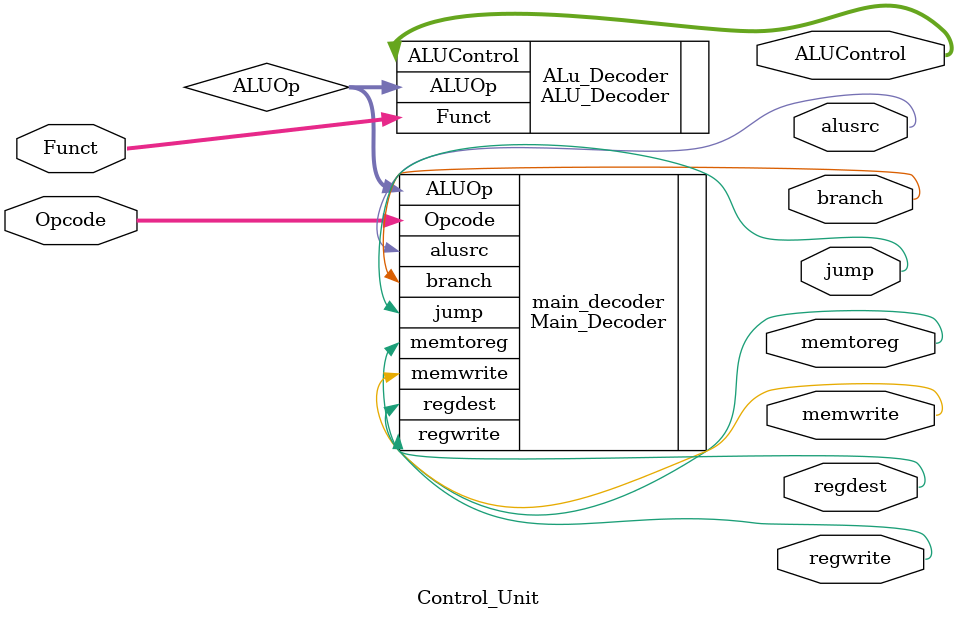
<source format=v>
module Control_Unit
(
input [5:0]Opcode,
input [5:0]Funct,
output [2:0]ALUControl,
output jump,memwrite,regwrite,regdest,alusrc,memtoreg,branch
);

wire [1:0]ALUOp;
Main_Decoder main_decoder(.Opcode(Opcode),.ALUOp(ALUOp),.jump(jump),.memwrite(memwrite),.regwrite(regwrite),.regdest(regdest),.alusrc(alusrc),
                     .memtoreg(memtoreg),.branch(branch));
ALU_Decoder ALu_Decoder(.ALUOp(ALUOp),.Funct(Funct),.ALUControl(ALUControl));
endmodule

</source>
